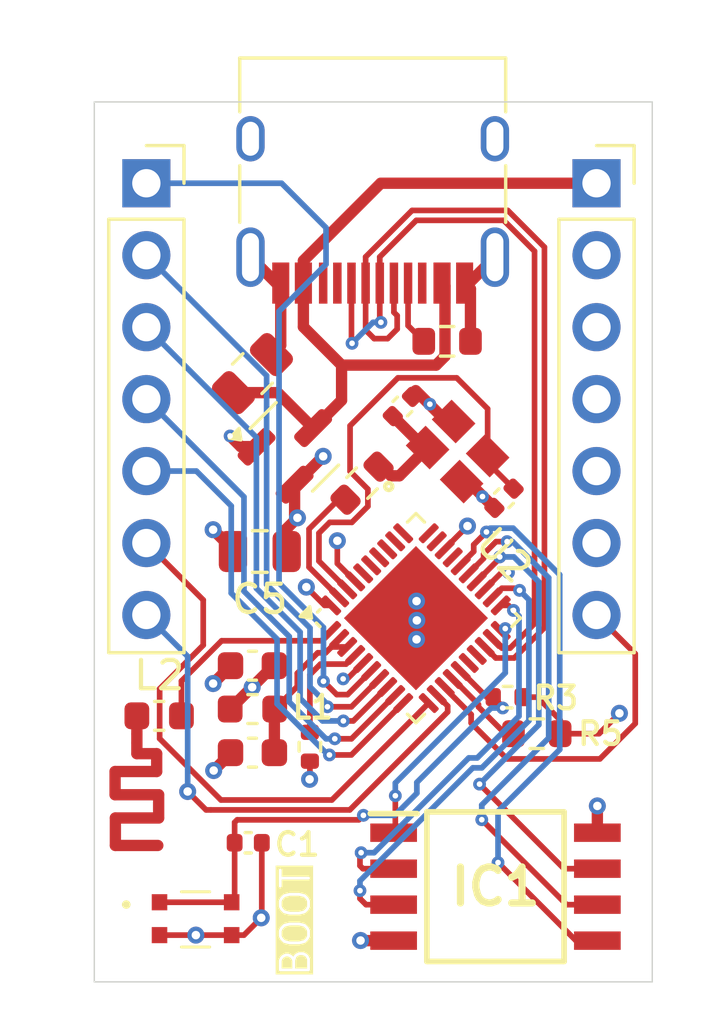
<source format=kicad_pcb>
(kicad_pcb (version 20221018) (generator pcbnew)
  (title_block (title "Testing ESP32C6 in a XIAO footprint") (date "2024-10-24") (rev "1.0"))
  (layers (0 "F.Cu" signal) (1 "In1.Cu" signal) (2 "In2.Cu" signal) (31 "B.Cu" signal) (34 "B.Paste" user) (35 "F.Paste" user) (36 "B.SilkS" user "B.Silkscreen") (37 "F.SilkS" user "F.Silkscreen") (38 "B.Mask" user) (39 "F.Mask" user) (44 "Edge.Cuts" user))
  (net 0 "")
  (net 1 "BOOT")
  (net 2 "GND")
  (net 3 "Net-(C2-Pad2)")
  (net 4 "Net-(U2-XTAL_N)")
  (net 5 "VBUS")
  (net 6 "+3V3")
  (net 7 "Net-(C7-Pad2)")
  (net 8 "SPICS0")
  (net 9 "SPI_D1")
  (net 10 "SPI_D2")
  (net 11 "SPI_D0")
  (net 12 "SPICLK")
  (net 13 "SPI_D3")
  (net 14 "SPIVDD")
  (net 15 "Net-(J1-CC1)")
  (net 16 "/USB_D+")
  (net 17 "/USB_D-")
  (net 21 "IO0")
  (net 22 "IO1")
  (net 23 "IO2")
  (net 24 "IO3")
  (net 25 "IO4")
  (net 26 "IO5")
  (net 27 "IO6")
  (net 31 "IO7")
  (net 32 "Net-(U2-XTAL_P)")
  (net 33 "Net-(U2-GPIO8)")
  (net 34 "ENABLE")
  (net 35 "unconnected-(L2-Pad1)")
  (net 47 "Net-(U2-ANT)")
  (footprint "Inductor_SMD:L_0603_1608Metric" (layer "F.Cu") (at 196.37 155.45)
    (fp_text reference "L1" (at 2.13 -0.06) (layer "F.SilkS") (effects (font (size 0.8 0.8))))
    (fp_text value "L")
    (pad "1" smd roundrect (at -0.7875 0) (size 0.875 0.95) (layers "F.Cu" "F.Paste" "F.Mask") (net 6 "+3V3"))
    (pad "2" smd roundrect (at 0.7875 0) (size 0.875 0.95) (layers "F.Cu" "F.Paste" "F.Mask") (net 7 "Net-(C7-Pad2)"))
  )
  (footprint "Capacitor_SMD:C_0603_1608Metric" (layer "F.Cu") (at 196.37 156.99)
    (fp_text reference "C7" hide)
    (fp_text value "0.1uF")
    (pad "1" smd roundrect (at -0.775 0) (size 0.9 0.95) (layers "F.Cu" "F.Paste" "F.Mask") (net 2 "GND"))
    (pad "2" smd roundrect (at 0.775 0) (size 0.9 0.95) (layers "F.Cu" "F.Paste" "F.Mask") (net 7 "Net-(C7-Pad2)"))
  )
  (footprint "Resistor_SMD:R_0402_1005Metric" (layer "F.Cu") (at 205.39 155.03)
    (fp_text reference "R3" (at 1.7 0.03) (layer "F.SilkS") (effects (font (size 0.8 0.8))))
    (fp_text value "10k")
    (pad "1" smd roundrect (at -0.51 0) (size 0.54 0.64) (layers "F.Cu" "F.Paste" "F.Mask") (net 1 "BOOT"))
    (pad "2" smd roundrect (at 0.51 0) (size 0.54 0.64) (layers "F.Cu" "F.Paste" "F.Mask") (net 6 "+3V3"))
  )
  (footprint "Resistor_SMD:R_0603_1608Metric" (layer "F.Cu") (at 203.25 142.47)
    (fp_text reference "R1" hide)
    (fp_text value "5.1k")
    (pad "1" smd roundrect (at -0.825 0) (size 0.8 0.95) (layers "F.Cu" "F.Paste" "F.Mask") (net 15 "Net-(J1-CC1)"))
    (pad "2" smd roundrect (at 0.825 0) (size 0.8 0.95) (layers "F.Cu" "F.Paste" "F.Mask") (net 2 "GND"))
  )
  (footprint "Capacitor_SMD:C_0805_2012Metric" (layer "F.Cu") (at 196.63 149.89 180)
    (fp_text reference "C5" (at 0 -1.68) (layer "F.SilkS"))
    (fp_text value "10uF")
    (pad "1" smd roundrect (at -0.95 0 180) (size 1 1.45) (layers "F.Cu" "F.Paste" "F.Mask") (net 6 "+3V3"))
    (pad "2" smd roundrect (at 0.95 0 180) (size 1 1.45) (layers "F.Cu" "F.Paste" "F.Mask") (net 2 "GND"))
  )
  (footprint "Resistor_SMD:R_0402_1005Metric" (layer "F.Cu") (at 198.4 156.78 -90)
    (fp_text reference "R6" hide)
    (fp_text value "10k")
    (pad "1" smd roundrect (at -0.51 0 270) (size 0.54 0.64) (layers "F.Cu" "F.Paste" "F.Mask") (net 34 "ENABLE"))
    (pad "2" smd roundrect (at 0.51 0 270) (size 0.54 0.64) (layers "F.Cu" "F.Paste" "F.Mask") (net 6 "+3V3"))
  )
  (footprint "Capacitor_SMD:C_0402_1005Metric" (layer "F.Cu") (at 196.22 160.17)
    (fp_text reference "C1" (at 1.73 0.06) (layer "F.SilkS") (effects (font (size 0.8 0.8))))
    (fp_text value "22pF")
    (pad "1" smd roundrect (at -0.48 0) (size 0.56 0.62) (layers "F.Cu" "F.Paste" "F.Mask") (net 1 "BOOT"))
    (pad "2" smd roundrect (at 0.48 0) (size 0.56 0.62) (layers "F.Cu" "F.Paste" "F.Mask") (net 2 "GND"))
  )
  (footprint "Resistor_SMD:R_0603_1608Metric" (layer "F.Cu") (at 200.243363 147.476637 -135)
    (fp_text reference "R4" hide)
    (fp_text value "0Ω")
    (pad "1" smd roundrect (at -0.825 0 225) (size 0.8 0.95) (layers "F.Cu" "F.Paste" "F.Mask") (net 3 "Net-(C2-Pad2)"))
    (pad "2" smd roundrect (at 0.825 0 225) (size 0.8 0.95) (layers "F.Cu" "F.Paste" "F.Mask") (net 32 "Net-(U2-XTAL_P)"))
  )
  (footprint "Package_DFN_QFN:QFN-40-1EP_5x5mm_P0.4mm_EP3.6x3.6mm" (layer "F.Cu") (at 202.148528 152.241472 45)
    (fp_text reference "U2" (at 3.778032 0.636396 135) (layer "F.SilkS"))
    (fp_text value "ESP32-C6")
    (pad "1" smd roundrect (at -2.4375 -1.8 45) (size 0.825 0.25) (layers "F.Cu" "F.Paste" "F.Mask") (net 47 "Net-(U2-ANT)"))
    (pad "2" smd roundrect (at -2.4375 -1.4 45) (size 0.825 0.25) (layers "F.Cu" "F.Paste" "F.Mask") (net 7 "Net-(C7-Pad2)"))
    (pad "3" smd roundrect (at -2.4375 -1 45) (size 0.825 0.25) (layers "F.Cu" "F.Paste" "F.Mask") (net 7 "Net-(C7-Pad2)"))
    (pad "4" smd roundrect (at -2.4375 -0.6 45) (size 0.825 0.25) (layers "F.Cu" "F.Paste" "F.Mask") (net 34 "ENABLE"))
    (pad "5" smd roundrect (at -2.4375 -0.2 45) (size 0.825 0.25) (layers "F.Cu" "F.Paste" "F.Mask") (net 6 "+3V3"))
    (pad "6" smd roundrect (at -2.4375 0.2 45) (size 0.825 0.25) (layers "F.Cu" "F.Paste" "F.Mask") (net 21 "IO0"))
    (pad "7" smd roundrect (at -2.4375 0.6 45) (size 0.825 0.25) (layers "F.Cu" "F.Paste" "F.Mask") (net 22 "IO1"))
    (pad "8" smd roundrect (at -2.4375 1 45) (size 0.825 0.25) (layers "F.Cu" "F.Paste" "F.Mask") (net 23 "IO2"))
    (pad "9" smd roundrect (at -2.4375 1.4 45) (size 0.825 0.25) (layers "F.Cu" "F.Paste" "F.Mask") (net 24 "IO3"))
    (pad "10" smd roundrect (at -2.4375 1.8 45) (size 0.825 0.25) (layers "F.Cu" "F.Paste" "F.Mask") (net 25 "IO4"))
    (pad "11" smd roundrect (at -1.8 2.4375 45) (size 0.25 0.825) (layers "F.Cu" "F.Paste" "F.Mask") (net 26 "IO5"))
    (pad "12" smd roundrect (at -1.4 2.4375 45) (size 0.25 0.825) (layers "F.Cu" "F.Paste" "F.Mask") (net 27 "IO6"))
    (pad "13" smd roundrect (at -1 2.4375 45) (size 0.25 0.825) (layers "F.Cu" "F.Paste" "F.Mask") (net 31 "IO7"))
    (pad "14" smd roundrect (at -0.6 2.4375 45) (size 0.25 0.825) (layers "F.Cu" "F.Paste" "F.Mask") (net 33 "Net-(U2-GPIO8)"))
    (pad "15" smd roundrect (at -0.2 2.4375 45) (size 0.25 0.825) (layers "F.Cu" "F.Paste" "F.Mask") (net 1 "BOOT"))
    (pad "16" smd roundrect (at 0.2 2.4375 45) (size 0.25 0.825) (layers "F.Cu" "F.Paste" "F.Mask"))
    (pad "17" smd roundrect (at 0.6 2.4375 45) (size 0.25 0.825) (layers "F.Cu" "F.Paste" "F.Mask"))
    (pad "18" smd roundrect (at 1 2.4375 45) (size 0.25 0.825) (layers "F.Cu" "F.Paste" "F.Mask") (net 17 "/USB_D-"))
    (pad "19" smd roundrect (at 1.4 2.4375 45) (size 0.25 0.825) (layers "F.Cu" "F.Paste" "F.Mask") (net 16 "/USB_D+"))
    (pad "20" smd roundrect (at 1.8 2.4375 45) (size 0.25 0.825) (layers "F.Cu" "F.Paste" "F.Mask") (net 8 "SPICS0"))
    (pad "21" smd roundrect (at 2.4375 1.8 45) (size 0.825 0.25) (layers "F.Cu" "F.Paste" "F.Mask") (net 9 "SPI_D1"))
    (pad "22" smd roundrect (at 2.4375 1.4 45) (size 0.825 0.25) (layers "F.Cu" "F.Paste" "F.Mask") (net 10 "SPI_D2"))
    (pad "23" smd roundrect (at 2.4375 1 45) (size 0.825 0.25) (layers "F.Cu" "F.Paste" "F.Mask") (net 14 "SPIVDD"))
    (pad "24" smd roundrect (at 2.4375 0.6 45) (size 0.825 0.25) (layers "F.Cu" "F.Paste" "F.Mask") (net 13 "SPI_D3"))
    (pad "25" smd roundrect (at 2.4375 0.2 45) (size 0.825 0.25) (layers "F.Cu" "F.Paste" "F.Mask") (net 12 "SPICLK"))
    (pad "26" smd roundrect (at 2.4375 -0.2 45) (size 0.825 0.25) (layers "F.Cu" "F.Paste" "F.Mask") (net 11 "SPI_D0"))
    (pad "27" smd roundrect (at 2.4375 -0.6 45) (size 0.825 0.25) (layers "F.Cu" "F.Paste" "F.Mask"))
    (pad "28" smd roundrect (at 2.4375 -1 45) (size 0.825 0.25) (layers "F.Cu" "F.Paste" "F.Mask") (net 6 "+3V3"))
    (pad "29" smd roundrect (at 2.4375 -1.4 45) (size 0.825 0.25) (layers "F.Cu" "F.Paste" "F.Mask"))
    (pad "30" smd roundrect (at 2.4375 -1.8 45) (size 0.825 0.25) (layers "F.Cu" "F.Paste" "F.Mask"))
    (pad "31" smd roundrect (at 1.8 -2.4375 45) (size 0.25 0.825) (layers "F.Cu" "F.Paste" "F.Mask"))
    (pad "32" smd roundrect (at 1.4 -2.4375 45) (size 0.25 0.825) (layers "F.Cu" "F.Paste" "F.Mask"))
    (pad "33" smd roundrect (at 1 -2.4375 45) (size 0.25 0.825) (layers "F.Cu" "F.Paste" "F.Mask"))
    (pad "34" smd roundrect (at 0.6 -2.4375 45) (size 0.25 0.825) (layers "F.Cu" "F.Paste" "F.Mask"))
    (pad "35" smd roundrect (at 0.2 -2.4375 45) (size 0.25 0.825) (layers "F.Cu" "F.Paste" "F.Mask"))
    (pad "36" smd roundrect (at -0.2 -2.4375 45) (size 0.25 0.825) (layers "F.Cu" "F.Paste" "F.Mask"))
    (pad "37" smd roundrect (at -0.6 -2.4375 45) (size 0.25 0.825) (layers "F.Cu" "F.Paste" "F.Mask") (net 6 "+3V3"))
    (pad "38" smd roundrect (at -1 -2.4375 45) (size 0.25 0.825) (layers "F.Cu" "F.Paste" "F.Mask") (net 4 "Net-(U2-XTAL_N)"))
    (pad "39" smd roundrect (at -1.4 -2.4375 45) (size 0.25 0.825) (layers "F.Cu" "F.Paste" "F.Mask") (net 32 "Net-(U2-XTAL_P)"))
    (pad "40" smd roundrect (at -1.8 -2.4375 45) (size 0.25 0.825) (layers "F.Cu" "F.Paste" "F.Mask") (net 6 "+3V3"))
    (pad "41" smd rect (at 0 0 45) (size 3.6 3.6) (property pad_prop_heatsink) (layers "F.Cu" "F.Mask") (net 2 "GND"))
  )
  (footprint "Connector_PinSocket_2.54mm:PinSocket_1x07_P2.54mm_Vertical" (layer "F.Cu") (at 192.62 136.89)
    (fp_text reference "J2" hide)
    (fp_text value "Conn_01x07")
    (pad "1" thru_hole rect (at 0 0) (size 1.7 1.7) (drill 1) (layers "*.Cu" "*.Mask") (net 21 "IO0"))
    (pad "2" thru_hole oval (at 0 2.54) (size 1.7 1.7) (drill 1) (layers "*.Cu" "*.Mask") (net 22 "IO1"))
    (pad "3" thru_hole oval (at 0 5.08) (size 1.7 1.7) (drill 1) (layers "*.Cu" "*.Mask") (net 23 "IO2"))
    (pad "4" thru_hole oval (at 0 7.62) (size 1.7 1.7) (drill 1) (layers "*.Cu" "*.Mask") (net 24 "IO3"))
    (pad "5" thru_hole oval (at 0 10.16) (size 1.7 1.7) (drill 1) (layers "*.Cu" "*.Mask") (net 25 "IO4"))
    (pad "6" thru_hole oval (at 0 12.7) (size 1.7 1.7) (drill 1) (layers "*.Cu" "*.Mask") (net 26 "IO5"))
    (pad "7" thru_hole oval (at 0 15.24) (size 1.7 1.7) (drill 1) (layers "*.Cu" "*.Mask") (net 27 "IO6"))
  )
  (footprint "Connector_PinSocket_2.54mm:PinSocket_1x07_P2.54mm_Vertical" (layer "F.Cu") (at 208.53 136.89)
    (fp_text reference "J3" hide)
    (fp_text value "Conn_01x07")
    (pad "1" thru_hole rect (at 0 0) (size 1.7 1.7) (drill 1) (layers "*.Cu" "*.Mask") (net 5 "VBUS"))
    (pad "2" thru_hole oval (at 0 2.54) (size 1.7 1.7) (drill 1) (layers "*.Cu" "*.Mask") (net 2 "GND"))
    (pad "3" thru_hole oval (at 0 5.08) (size 1.7 1.7) (drill 1) (layers "*.Cu" "*.Mask") (net 6 "+3V3"))
    (pad "4" thru_hole oval (at 0 7.62) (size 1.7 1.7) (drill 1) (layers "*.Cu" "*.Mask"))
    (pad "5" thru_hole oval (at 0 10.16) (size 1.7 1.7) (drill 1) (layers "*.Cu" "*.Mask"))
    (pad "6" thru_hole oval (at 0 12.7) (size 1.7 1.7) (drill 1) (layers "*.Cu" "*.Mask"))
    (pad "7" thru_hole oval (at 0 15.24) (size 1.7 1.7) (drill 1) (layers "*.Cu" "*.Mask") (net 31 "IO7"))
  )
  (footprint "Inductor_SMD:L_0603_1608Metric" (layer "F.Cu") (at 193.0725 155.69)
    (fp_text reference "L2" (at 0 -1.43) (layer "F.SilkS"))
    (fp_text value "L")
    (pad "1" smd roundrect (at -0.7875 0) (size 0.875 0.95) (layers "F.Cu" "F.Paste" "F.Mask") (net 35 "unconnected-(L2-Pad1)"))
    (pad "2" smd roundrect (at 0.7875 0) (size 0.875 0.95) (layers "F.Cu" "F.Paste" "F.Mask") (net 47 "Net-(U2-ANT)"))
  )
  (footprint "Capacitor_SMD:C_0805_2012Metric" (layer "F.Cu") (at 196.37 143.61 45)
    (fp_text reference "C4" hide)
    (fp_text value "10uF")
    (pad "1" smd roundrect (at -0.95 0 45) (size 1 1.45) (layers "F.Cu" "F.Paste" "F.Mask") (net 5 "VBUS"))
    (pad "2" smd roundrect (at 0.95 0 45) (size 1 1.45) (layers "F.Cu" "F.Paste" "F.Mask") (net 2 "GND"))
  )
  (footprint "foot_main:switch_SKSVCCE010" (layer "F.Cu") (at 194.36 162.85)
    (fp_text reference "SW1" hide)
    (fp_text value "SW_Push_Dual" hide)
    (pad "1" smd rect (at -1.275 -0.58) (size 0.55 0.57) (layers "F.Cu" "F.Paste" "F.Mask") (net 1 "BOOT"))
    (pad "2" smd rect (at -1.275 0.58) (size 0.55 0.57) (layers "F.Cu" "F.Paste" "F.Mask") (net 2 "GND"))
    (pad "3" smd rect (at 1.275 -0.58) (size 0.55 0.57) (layers "F.Cu" "F.Paste" "F.Mask") (net 1 "BOOT"))
    (pad "4" smd rect (at 1.275 0.58) (size 0.55 0.57) (layers "F.Cu" "F.Paste" "F.Mask") (net 2 "GND"))
  )
  (footprint "Capacitor_SMD:C_0603_1608Metric" (layer "F.Cu") (at 196.37 153.92)
    (fp_text reference "C6" hide)
    (fp_text value "0.1uF")
    (pad "1" smd roundrect (at -0.775 0) (size 0.9 0.95) (layers "F.Cu" "F.Paste" "F.Mask") (net 2 "GND"))
    (pad "2" smd roundrect (at 0.775 0) (size 0.9 0.95) (layers "F.Cu" "F.Paste" "F.Mask") (net 6 "+3V3"))
  )
  (footprint "foot_main:Crystal_ECS-40Mhz_ECS" (layer "F.Cu") (at 203.621423 146.36066 45)
    (fp_text reference "X1" hide)
    (fp_text value "Crystal 40 Mhz 10ppm")
    (pad "1" smd rect (at -0.649999 -0.850001 45) (size 0.9906 1.1938) (layers "F.Cu" "F.Paste" "F.Mask") (net 3 "Net-(C2-Pad2)"))
    (pad "2" smd rect (at -0.649999 0.850001 45) (size 0.9906 1.1938) (layers "F.Cu" "F.Paste" "F.Mask") (net 2 "GND"))
    (pad "3" smd rect (at 0.649999 0.850001 45) (size 0.9906 1.1938) (layers "F.Cu" "F.Paste" "F.Mask") (net 4 "Net-(U2-XTAL_N)"))
    (pad "4" smd rect (at 0.649999 -0.850001 45) (size 0.9906 1.1938) (layers "F.Cu" "F.Paste" "F.Mask") (net 2 "GND"))
  )
  (footprint "foot_main:USB_C_Receptacle_HRO_TYPE-C-31-M-12" (layer "F.Cu") (at 200.62 136.37 180)
    (fp_text reference "J1" hide)
    (fp_text value "USB_C_Receptacle_USB2.0")
    (pad "" np_thru_hole circle (at -2.89 -2.6 180) (size 0.65 0.65) (drill 0.65) (layers "*.Cu" "*.Mask"))
    (pad "" np_thru_hole circle (at 2.89 -2.6 180) (size 0.65 0.65) (drill 0.65) (layers "*.Cu" "*.Mask"))
    (pad "A1" smd rect (at -3.25 -4.045 180) (size 0.6 1.45) (layers "F.Cu" "F.Paste" "F.Mask") (net 2 "GND"))
    (pad "A4" smd rect (at -2.45 -4.045 180) (size 0.6 1.45) (layers "F.Cu" "F.Paste" "F.Mask") (net 5 "VBUS"))
    (pad "A5" smd rect (at -1.25 -4.045 180) (size 0.3 1.45) (layers "F.Cu" "F.Paste" "F.Mask") (net 15 "Net-(J1-CC1)"))
    (pad "A6" smd rect (at -0.25 -4.045 180) (size 0.3 1.45) (layers "F.Cu" "F.Paste" "F.Mask") (net 16 "/USB_D+"))
    (pad "A7" smd rect (at 0.25 -4.045 180) (size 0.3 1.45) (layers "F.Cu" "F.Paste" "F.Mask") (net 17 "/USB_D-"))
    (pad "A8" smd rect (at 1.25 -4.045 180) (size 0.3 1.45) (layers "F.Cu" "F.Paste" "F.Mask"))
    (pad "A9" smd rect (at 2.45 -4.045 180) (size 0.6 1.45) (layers "F.Cu" "F.Paste" "F.Mask") (net 5 "VBUS"))
    (pad "A12" smd rect (at 3.25 -4.045 180) (size 0.6 1.45) (layers "F.Cu" "F.Paste" "F.Mask") (net 2 "GND"))
    (pad "B1" smd rect (at 3.25 -4.045 180) (size 0.6 1.45) (layers "F.Cu" "F.Paste" "F.Mask") (net 2 "GND"))
    (pad "B4" smd rect (at 2.45 -4.045 180) (size 0.6 1.45) (layers "F.Cu" "F.Paste" "F.Mask") (net 5 "VBUS"))
    (pad "B5" smd rect (at 1.75 -4.045 180) (size 0.3 1.45) (layers "F.Cu" "F.Paste" "F.Mask"))
    (pad "B6" smd rect (at 0.75 -4.045 180) (size 0.3 1.45) (layers "F.Cu" "F.Paste" "F.Mask") (net 16 "/USB_D+"))
    (pad "B7" smd rect (at -0.75 -4.045 180) (size 0.3 1.45) (layers "F.Cu" "F.Paste" "F.Mask") (net 17 "/USB_D-"))
    (pad "B8" smd rect (at -1.75 -4.045 180) (size 0.3 1.45) (layers "F.Cu" "F.Paste" "F.Mask"))
    (pad "B9" smd rect (at -2.45 -4.045 180) (size 0.6 1.45) (layers "F.Cu" "F.Paste" "F.Mask") (net 5 "VBUS"))
    (pad "B12" smd rect (at -3.25 -4.045 180) (size 0.6 1.45) (layers "F.Cu" "F.Paste" "F.Mask") (net 2 "GND"))
    (pad "S1" thru_hole oval (at -4.32 -3.13 180) (size 1 2.1) (drill oval 0.6 1.7) (layers "*.Cu" "*.Mask") (net 2 "GND"))
    (pad "S1" thru_hole oval (at -4.32 1.05 180) (size 1 1.6) (drill oval 0.6 1.2) (layers "*.Cu" "*.Mask") (net 2 "GND"))
    (pad "S1" thru_hole oval (at 4.32 -3.13 180) (size 1 2.1) (drill oval 0.6 1.7) (layers "*.Cu" "*.Mask") (net 2 "GND"))
    (pad "S1" thru_hole oval (at 4.32 1.05 180) (size 1 1.6) (drill oval 0.6 1.2) (layers "*.Cu" "*.Mask") (net 2 "GND"))
  )
  (footprint "Resistor_SMD:R_0603_1608Metric" (layer "F.Cu") (at 206.42 156.32)
    (fp_text reference "R5" (at 2.25 0) (layer "F.SilkS") (effects (font (size 0.8 0.8))))
    (fp_text value "5.1k")
    (pad "1" smd roundrect (at -0.825 0) (size 0.8 0.95) (layers "F.Cu" "F.Paste" "F.Mask") (net 33 "Net-(U2-GPIO8)"))
    (pad "2" smd roundrect (at 0.825 0) (size 0.8 0.95) (layers "F.Cu" "F.Paste" "F.Mask") (net 6 "+3V3"))
  )
  (footprint "Package_TO_SOT_SMD:SOT-23" (layer "F.Cu") (at 197.851161 146.195336 45)
    (fp_text reference "U3" hide)
    (fp_text value "MCP1700-3302E_SOT23")
    (pad "1" smd roundrect (at -0.9375 -0.95 45) (size 1.475 0.6) (layers "F.Cu" "F.Paste" "F.Mask") (net 2 "GND"))
    (pad "2" smd roundrect (at -0.9375 0.95 45) (size 1.475 0.6) (layers "F.Cu" "F.Paste" "F.Mask") (net 6 "+3V3"))
    (pad "3" smd roundrect (at 0.9375 0 45) (size 1.475 0.6) (layers "F.Cu" "F.Paste" "F.Mask") (net 5 "VBUS"))
  )
  (footprint "Capacitor_SMD:C_0402_1005Metric" (layer "F.Cu") (at 201.67 144.77 -135)
    (fp_text reference "C2" hide)
    (fp_text value "22pF")
    (pad "1" smd roundrect (at -0.48 0 225) (size 0.56 0.62) (layers "F.Cu" "F.Paste" "F.Mask") (net 2 "GND"))
    (pad "2" smd roundrect (at 0.48 0 225) (size 0.56 0.62) (layers "F.Cu" "F.Paste" "F.Mask") (net 3 "Net-(C2-Pad2)"))
  )
  (footprint "Capacitor_SMD:C_0402_1005Metric" (layer "F.Cu") (at 205.26 148.01 -135)
    (fp_text reference "C3" hide)
    (fp_text value "22pF")
    (pad "1" smd roundrect (at -0.48 0 225) (size 0.56 0.62) (layers "F.Cu" "F.Paste" "F.Mask") (net 4 "Net-(U2-XTAL_N)"))
    (pad "2" smd roundrect (at 0.48 0 225) (size 0.56 0.62) (layers "F.Cu" "F.Paste" "F.Mask") (net 2 "GND"))
  )
  (footprint "foot_main:SOIC127P790X216-8N-FLASH" (layer "F.Cu") (at 204.96 161.72)
    (fp_text reference "IC1" (at 0 0) (layer "F.SilkS") (effects (font (size 1.27 1.27) (thickness 0.254))))
    (fp_text value "W25Q80DVSSIG" hide)
    (pad "1" smd rect (at -3.6 -1.905 90) (size 0.65 1.65) (layers "F.Cu" "F.Paste" "F.Mask") (net 8 "SPICS0"))
    (pad "2" smd rect (at -3.6 -0.635 90) (size 0.65 1.65) (layers "F.Cu" "F.Paste" "F.Mask") (net 9 "SPI_D1"))
    (pad "3" smd rect (at -3.6 0.635 90) (size 0.65 1.65) (layers "F.Cu" "F.Paste" "F.Mask") (net 10 "SPI_D2"))
    (pad "4" smd rect (at -3.6 1.905 90) (size 0.65 1.65) (layers "F.Cu" "F.Paste" "F.Mask") (net 2 "GND"))
    (pad "5" smd rect (at 3.6 1.905 90) (size 0.65 1.65) (layers "F.Cu" "F.Paste" "F.Mask") (net 11 "SPI_D0"))
    (pad "6" smd rect (at 3.6 0.635 90) (size 0.65 1.65) (layers "F.Cu" "F.Paste" "F.Mask") (net 12 "SPICLK"))
    (pad "7" smd rect (at 3.6 -0.635 90) (size 0.65 1.65) (layers "F.Cu" "F.Paste" "F.Mask") (net 13 "SPI_D3"))
    (pad "8" smd rect (at 3.6 -1.905 90) (size 0.65 1.65) (layers "F.Cu" "F.Paste" "F.Mask") (net 14 "SPIVDD"))
  )
  (gr_line (start 190.78 165.08) (end 190.78 134.02) (stroke (width 0.05)) (layer "Edge.Cuts"))
  (gr_line (start 210.5 134.02) (end 210.5 165.08) (stroke (width 0.05)) (layer "Edge.Cuts"))
  (gr_line (start 210.5 165.08) (end 190.78 165.08) (stroke (width 0.05)) (layer "Edge.Cuts"))
  (gr_line (start 190.78 134.02) (end 210.5 134.02) (stroke (width 0.05)) (layer "Edge.Cuts"))
  (gr_text "BOOT" (at 198.48 164.96 90) (layer "F.SilkS" knockout) (effects (font (size 1 1) (thickness 0.1)) (justify left bottom)))
  (segment (start 203.730679 154.106466) (end 204.654213 155.03) (width 0.2) (layer "F.Cu") (net 1))
  (segment (start 195.635 162.27) (end 193.085 162.27) (width 0.2) (layer "F.Cu") (net 1))
  (segment (start 195.74 159.45) (end 195.74 160.17) (width 0.2) (layer "F.Cu") (net 1))
  (segment (start 200.290876 159.200876) (end 200.131752 159.36) (width 0.2) (layer "F.Cu") (net 1))
  (segment (start 195.74 162.165) (end 195.635 162.27) (width 0.2) (layer "F.Cu") (net 1))
  (segment (start 205.215 155.365) (end 205.215 155.413067) (width 0.2) (layer "F.Cu") (net 1))
  (segment (start 204.654213 155.03) (end 204.88 155.03) (width 0.2) (layer "F.Cu") (net 1))
  (segment (start 195.83 159.36) (end 195.74 159.45) (width 0.2) (layer "F.Cu") (net 1))
  (segment (start 195.74 160.17) (end 195.74 162.165) (width 0.2) (layer "F.Cu") (net 1))
  (segment (start 200.131752 159.36) (end 195.83 159.36) (width 0.2) (layer "F.Cu") (net 1))
  (segment (start 204.88 155.03) (end 205.215 155.365) (width 0.2) (layer "F.Cu") (net 1))
  (via (at 200.290876 159.200876) (size 0.45) (drill 0.2) (layers "F.Cu" "B.Cu") (net 1))
  (via (at 205.215 155.413067) (size 0.45) (drill 0.2) (layers "F.Cu" "B.Cu") (net 1))
  (segment (start 202.18 158.421752) (end 202.18 158.04) (width 0.2) (layer "B.Cu") (net 1))
  (segment (start 204.806933 155.413067) (end 205.215 155.413067) (width 0.2) (layer "B.Cu") (net 1))
  (segment (start 202.18 158.04) (end 204.806933 155.413067) (width 0.2) (layer "B.Cu") (net 1))
  (segment (start 201.400876 159.200876) (end 202.18 158.421752) (width 0.2) (layer "B.Cu") (net 1))
  (segment (start 200.290876 159.200876) (end 201.400876 159.200876) (width 0.2) (layer "B.Cu") (net 1))
  (segment (start 196.07 163.43) (end 196.68 162.82) (width 0.2) (layer "F.Cu") (net 2))
  (segment (start 204.5 147.928822) (end 204.5 147.95) (width 0.4) (layer "F.Cu") (net 2))
  (segment (start 195.956497 146.186497) (end 195.58 145.81) (width 0.4) (layer "F.Cu") (net 2))
  (segment (start 195.595 156.99) (end 195.595 157.025) (width 0.4) (layer "F.Cu") (net 2))
  (segment (start 195.68 149.89) (end 195.68 149.82) (width 0.4) (layer "F.Cu") (net 2))
  (segment (start 204.521178 147.95) (end 204.920589 148.349411) (width 0.4) (layer "F.Cu") (net 2))
  (segment (start 195.595 153.935) (end 194.98 154.55) (width 0.4) (layer "F.Cu") (net 2))
  (segment (start 203.48 145.3) (end 203.23 145.3) (width 0.4) (layer "F.Cu") (net 2))
  (segment (start 201.36 163.625) (end 200.195 163.625) (width 0.4) (layer "F.Cu") (net 2))
  (segment (start 204.075 142.47) (end 204.075 140.62) (width 0.4) (layer "F.Cu") (net 2))
  (segment (start 197.37 140.415) (end 197.37 142.61) (width 0.4) (layer "F.Cu") (net 2))
  (segment (start 204.075 140.62) (end 203.87 140.415) (width 0.4) (layer "F.Cu") (net 2))
  (segment (start 204.025 140.415) (end 204.94 139.5) (width 0.4) (layer "F.Cu") (net 2))
  (segment (start 197.37 142.61) (end 197.041751 142.938249) (width 0.4) (layer "F.Cu") (net 2))
  (segment (start 196.7 162.8) (end 196.68 162.82) (width 0.2) (layer "F.Cu") (net 2))
  (segment (start 200.195 163.625) (end 200.19 163.62) (width 0.4) (layer "F.Cu") (net 2))
  (segment (start 202.64 144.69) (end 202.62 144.69) (width 0.4) (layer "F.Cu") (net 2))
  (segment (start 203.762846 147.42132) (end 203.992498 147.42132) (width 0.4) (layer "F.Cu") (net 2))
  (segment (start 195.595 157.025) (end 195 157.62) (width 0.4) (layer "F.Cu") (net 2))
  (segment (start 197.215 140.415) (end 196.3 139.5) (width 0.4) (layer "F.Cu") (net 2))
  (segment (start 202.64 144.71) (end 202.64 144.69) (width 0.4) (layer "F.Cu") (net 2))
  (segment (start 195.595 153.92) (end 195.595 153.935) (width 0.4) (layer "F.Cu") (net 2))
  (segment (start 204.5 147.95) (end 204.521178 147.95) (width 0.4) (layer "F.Cu") (net 2))
  (segment (start 194.37 163.43) (end 195.635 163.43) (width 0.2) (layer "F.Cu") (net 2))
  (segment (start 202.62 144.69) (end 202.14 144.21) (width 0.4) (layer "F.Cu") (net 2))
  (segment (start 203.87 140.415) (end 204.025 140.415) (width 0.4) (layer "F.Cu") (net 2))
  (segment (start 203.23 145.3) (end 202.64 144.71) (width 0.4) (layer "F.Cu") (net 2))
  (segment (start 196.516497 146.186497) (end 195.956497 146.186497) (width 0.4) (layer "F.Cu") (net 2))
  (segment (start 193.085 163.43) (end 194.37 163.43) (width 0.2) (layer "F.Cu") (net 2))
  (segment (start 196.7 160.17) (end 196.7 162.8) (width 0.2) (layer "F.Cu") (net 2))
  (segment (start 203.992498 147.42132) (end 204.5 147.928822) (width 0.4) (layer "F.Cu") (net 2))
  (segment (start 197.37 140.415) (end 197.215 140.415) (width 0.4) (layer "F.Cu") (net 2))
  (segment (start 195.635 163.43) (end 196.07 163.43) (width 0.2) (layer "F.Cu") (net 2))
  (segment (start 195.68 149.82) (end 194.98 149.12) (width 0.4) (layer "F.Cu") (net 2))
  (via (at 202.17 151.64) (size 0.6) (drill 0.3) (layers "F.Cu" "B.Cu") (net 2))
  (via (at 195 157.62) (size 0.6) (drill 0.3) (layers "F.Cu" "B.Cu") (net 2))
  (via (at 194.98 154.55) (size 0.6) (drill 0.3) (layers "F.Cu" "B.Cu") (net 2))
  (via (at 195.58 145.81) (size 0.45) (drill 0.2) (layers "F.Cu" "B.Cu") (net 2))
  (via (at 204.5 147.95) (size 0.45) (drill 0.2) (layers "F.Cu" "B.Cu") (net 2))
  (via (at 202.18 152.32) (size 0.6) (drill 0.3) (layers "F.Cu" "B.Cu") (net 2))
  (via (at 202.17 152.99) (size 0.6) (drill 0.3) (layers "F.Cu" "B.Cu") (net 2))
  (via (at 194.98 149.12) (size 0.6) (drill 0.3) (layers "F.Cu" "B.Cu") (net 2))
  (via (at 196.68 162.82) (size 0.6) (drill 0.3) (layers "F.Cu" "B.Cu") (net 2))
  (via (at 194.37 163.43) (size 0.6) (drill 0.3) (layers "F.Cu" "B.Cu") (net 2))
  (via (at 202.64 144.69) (size 0.45) (drill 0.2) (layers "F.Cu" "B.Cu") (net 2))
  (via (at 200.19 163.62) (size 0.6) (drill 0.3) (layers "F.Cu" "B.Cu") (net 2))
  (segment (start 201.563363 147.216637) (end 202.560763 146.219237) (width 0.4) (layer "F.Cu") (net 3))
  (segment (start 201.263363 147.216637) (end 201.563363 147.216637) (width 0.4) (layer "F.Cu") (net 3))
  (segment (start 202.440415 146.219237) (end 201.330589 145.109411) (width 0.4) (layer "F.Cu") (net 3))
  (segment (start 202.560763 146.219237) (end 202.440415 146.219237) (width 0.4) (layer "F.Cu") (net 3))
  (segment (start 202.560763 146.219237) (end 202.560763 145.988407) (width 0.4) (layer "F.Cu") (net 3))
  (segment (start 200.449794 147.689794) (end 199.82 147.06) (width 0.2) (layer "F.Cu") (net 4))
  (segment (start 204.682083 146.502083) (end 204.682083 146.753261) (width 0.2) (layer "F.Cu") (net 4))
  (segment (start 199.82 145.45) (end 201.51 143.76) (width 0.2) (layer "F.Cu") (net 4))
  (segment (start 203.59 143.76) (end 204.682083 144.852083) (width 0.2) (layer "F.Cu") (net 4))
  (segment (start 198.72 149.240761) (end 199.100761 148.86) (width 0.2) (layer "F.Cu") (net 4))
  (segment (start 201.51 143.76) (end 203.59 143.76) (width 0.2) (layer "F.Cu") (net 4))
  (segment (start 204.682083 146.753261) (end 205.599411 147.670589) (width 0.2) (layer "F.Cu") (net 4))
  (segment (start 199.82 147.06) (end 199.82 145.45) (width 0.2) (layer "F.Cu") (net 4))
  (segment (start 200.449794 148.295512) (end 200.449794 147.689794) (width 0.2) (layer "F.Cu") (net 4))
  (segment (start 199.100761 148.86) (end 199.885306 148.86) (width 0.2) (layer "F.Cu") (net 4))
  (segment (start 204.682083 144.852083) (end 204.682083 146.502083) (width 0.2) (layer "F.Cu") (net 4))
  (segment (start 198.72 150.227158) (end 198.72 149.240761) (width 0.2) (layer "F.Cu") (net 4))
  (segment (start 199.717848 151.225006) (end 198.72 150.227158) (width 0.2) (layer "F.Cu") (net 4))
  (segment (start 199.885306 148.86) (end 200.449794 148.295512) (width 0.2) (layer "F.Cu") (net 4))
  (segment (start 195.698249 144.281751) (end 197.263402 144.281751) (width 0.4) (layer "F.Cu") (net 5))
  (segment (start 198.17 139.626016) (end 200.906016 136.89) (width 0.4) (layer "F.Cu") (net 5))
  (segment (start 203.175 142.995) (end 202.86 143.31) (width 0.4) (layer "F.Cu") (net 5))
  (segment (start 199.52 144.55) (end 199.52 143.31) (width 0.4) (layer "F.Cu") (net 5))
  (segment (start 200.906016 136.89) (end 208.53 136.89) (width 0.4) (layer "F.Cu") (net 5))
  (segment (start 198.17 140.415) (end 198.17 139.626016) (width 0.4) (layer "F.Cu") (net 5))
  (segment (start 203.07 140.415) (end 203.175 140.52) (width 0.4) (layer "F.Cu") (net 5))
  (segment (start 198.17 141.96) (end 198.17 140.415) (width 0.4) (layer "F.Cu") (net 5))
  (segment (start 199.52 143.31) (end 198.17 141.96) (width 0.4) (layer "F.Cu") (net 5))
  (segment (start 197.263402 144.281751) (end 198.514074 145.532423) (width 0.4) (layer "F.Cu") (net 5))
  (segment (start 198.514074 145.525926) (end 198.544074 145.525926) (width 0.4) (layer "F.Cu") (net 5))
  (segment (start 198.544074 145.525926) (end 199.52 144.55) (width 0.4) (layer "F.Cu") (net 5))
  (segment (start 203.175 140.52) (end 203.175 142.995) (width 0.4) (layer "F.Cu") (net 5))
  (segment (start 202.86 143.31) (end 199.52 143.31) (width 0.4) (layer "F.Cu") (net 5))
  (segment (start 198.514074 145.532423) (end 198.514074 145.525926) (width 0.4) (layer "F.Cu") (net 5))
  (segment (start 197.87 147.53) (end 198.87 146.53) (width 0.4) (layer "F.Cu") (net 6))
  (segment (start 207.245 155.835) (end 206.7 155.29) (width 0.2) (layer "F.Cu") (net 6))
  (segment (start 199.152163 151.790691) (end 198.919931 151.790691) (width 0.2) (layer "F.Cu") (net 6))
  (segment (start 207.245 156.32) (end 207.245 155.835) (width 0.2) (layer "F.Cu") (net 6))
  (segment (start 208.62 156.32) (end 209.34 155.6) (width 0.2) (layer "F.Cu") (net 6))
  (segment (start 206.44 155.03) (end 206.7 155.29) (width 0.2) (layer "F.Cu") (net 6))
  (segment (start 197.145 153.92) (end 197.1125 153.92) (width 0.4) (layer "F.Cu") (net 6))
  (segment (start 203.164994 149.795006) (end 203.97 148.99) (width 0.2) (layer "F.Cu") (net 6))
  (segment (start 203.164994 149.810792) (end 203.164994 149.795006) (width 0.2) (layer "F.Cu") (net 6))
  (segment (start 199.72175 154.385407) (end 199.574872 154.385407) (width 0.2) (layer "F.Cu") (net 6))
  (segment (start 198.4 157.29) (end 198.4 157.92) (width 0.2) (layer "F.Cu") (net 6))
  (segment (start 197.86 147.53) (end 197.87 147.53) (width 0.4) (layer "F.Cu") (net 6))
  (segment (start 196.3525 154.68) (end 195.5825 155.45) (width 0.4) (layer "F.Cu") (net 6))
  (segment (start 197.86 147.53) (end 197.86 148.6) (width 0.4) (layer "F.Cu") (net 6))
  (segment (start 200.283534 153.823623) (end 199.72175 154.385407) (width 0.2) (layer "F.Cu") (net 6))
  (segment (start 196.36 154.6725) (end 196.36 154.68) (width 0.4) (layer "F.Cu") (net 6))
  (segment (start 197.58 149.89) (end 197.58 149.08) (width 0.4) (layer "F.Cu") (net 6))
  (segment (start 196.36 154.68) (end 196.3525 154.68) (width 0.4) (layer "F.Cu") (net 6))
  (segment (start 197.1125 153.92) (end 196.36 154.6725) (width 0.4) (layer "F.Cu") (net 6))
  (segment (start 205.9 155.03) (end 206.44 155.03) (width 0.2) (layer "F.Cu") (net 6))
  (segment (start 198.4 157.92) (end 198.39 157.93) (width 0.2) (layer "F.Cu") (net 6))
  (segment (start 200.000691 150.942163) (end 199.37 150.311472) (width 0.2) (layer "F.Cu") (net 6))
  (segment (start 197.58 149.08) (end 197.96 148.7) (width 0.4) (layer "F.Cu") (net 6))
  (segment (start 198.919931 151.790691) (end 198.27462 151.14538) (width 0.2) (layer "F.Cu") (net 6))
  (segment (start 207.245 156.32) (end 208.62 156.32) (width 0.2) (layer "F.Cu") (net 6))
  (segment (start 199.37 150.311472) (end 199.37 149.51) (width 0.2) (layer "F.Cu") (net 6))
  (segment (start 197.86 148.6) (end 197.96 148.7) (width 0.4) (layer "F.Cu") (net 6))
  (via (at 198.27462 151.14538) (size 0.6) (drill 0.3) (layers "F.Cu" "B.Cu") (net 6))
  (via (at 199.37 149.51) (size 0.6) (drill 0.3) (layers "F.Cu" "B.Cu") (net 6))
  (via (at 197.96 148.7) (size 0.6) (drill 0.3) (layers "F.Cu" "B.Cu") (net 6))
  (via (at 199.574872 154.385407) (size 0.45) (drill 0.2) (layers "F.Cu" "B.Cu") (net 6))
  (via (at 198.39 157.93) (size 0.6) (drill 0.3) (layers "F.Cu" "B.Cu") (net 6))
  (via (at 198.87 146.53) (size 0.6) (drill 0.3) (layers "F.Cu" "B.Cu") (net 6))
  (via (at 196.36 154.68) (size 0.6) (drill 0.3) (layers "F.Cu" "B.Cu") (net 6))
  (via (at 209.34 155.6) (size 0.6) (drill 0.3) (layers "F.Cu" "B.Cu") (net 6))
  (via (at 203.97 148.99) (size 0.6) (drill 0.3) (layers "F.Cu" "B.Cu") (net 6))
  (segment (start 199.435006 152.975095) (end 199.435006 152.984994) (width 0.2) (layer "F.Cu") (net 7))
  (segment (start 199.717848 153.257938) (end 199.162062 153.257938) (width 0.2) (layer "F.Cu") (net 7))
  (segment (start 199.435006 152.984994) (end 198.955 153.465) (width 0.2) (layer "F.Cu") (net 7))
  (segment (start 197.955 154.186853) (end 197.955 154.6525) (width 0.2) (layer "F.Cu") (net 7))
  (segment (start 198.955 153.465) (end 198.676853 153.465) (width 0.2) (layer "F.Cu") (net 7))
  (segment (start 197.145 155.4625) (end 197.1575 155.45) (width 0.4) (layer "F.Cu") (net 7))
  (segment (start 199.162062 153.257938) (end 198.955 153.465) (width 0.2) (layer "F.Cu") (net 7))
  (segment (start 197.145 156.99) (end 197.145 155.4625) (width 0.4) (layer "F.Cu") (net 7))
  (segment (start 198.676853 153.465) (end 197.955 154.186853) (width 0.2) (layer "F.Cu") (net 7))
  (segment (start 197.955 154.6525) (end 197.1575 155.45) (width 0.2) (layer "F.Cu") (net 7))
  (segment (start 205.144893 152.692253) (end 205.222756 152.692253) (width 0.2) (layer "F.Cu") (net 8))
  (segment (start 205.222756 152.692253) (end 205.305 152.610009) (width 0.2) (layer "F.Cu") (net 8))
  (segment (start 201.42 159.755) (end 201.36 159.815) (width 0.2) (layer "F.Cu") (net 8))
  (segment (start 201.42 158.51) (end 201.42 159.755) (width 0.2) (layer "F.Cu") (net 8))
  (via (at 201.42 158.51) (size 0.45) (drill 0.2) (layers "F.Cu" "B.Cu") (net 8))
  (via (at 205.305 152.610009) (size 0.45) (drill 0.2) (layers "F.Cu" "B.Cu") (net 8))
  (segment (start 205.305 154.175) (end 205.305 152.610009) (width 0.2) (layer "B.Cu") (net 8))
  (segment (start 201.42 158.51) (end 201.42 158.06) (width 0.2) (layer "B.Cu") (net 8))
  (segment (start 201.42 158.06) (end 205.305 154.175) (width 0.2) (layer "B.Cu") (net 8))
  (segment (start 200.17 160.56) (end 200.17 160.98) (width 0.2) (layer "F.Cu") (net 9))
  (segment (start 201.36 161.085) (end 200.275 161.085) (width 0.2) (layer "F.Cu") (net 9))
  (segment (start 200.275 161.085) (end 200.17 160.98) (width 0.2) (layer "F.Cu") (net 9))
  (segment (start 200.21 160.52) (end 200.17 160.56) (width 0.2) (layer "F.Cu") (net 9))
  (segment (start 205.144893 151.790691) (end 205.416834 151.790691) (width 0.2) (layer "F.Cu") (net 9))
  (segment (start 205.416834 151.790691) (end 205.595 151.968857) (width 0.2) (layer "F.Cu") (net 9))
  (via (at 200.21 160.52) (size 0.45) (drill 0.2) (layers "F.Cu" "B.Cu") (net 9))
  (via (at 205.595 151.968857) (size 0.45) (drill 0.2) (layers "F.Cu" "B.Cu") (net 9))
  (segment (start 205.79 155.7) (end 205.79 152.163857) (width 0.2) (layer "B.Cu") (net 9))
  (segment (start 205.79 152.163857) (end 205.595 151.968857) (width 0.2) (layer "B.Cu") (net 9))
  (segment (start 204.013447 157.175233) (end 204.314767 157.175233) (width 0.2) (layer "B.Cu") (net 9))
  (segment (start 204.314767 157.175233) (end 205.79 155.7) (width 0.2) (layer "B.Cu") (net 9))
  (segment (start 200.21 160.52) (end 200.66868 160.52) (width 0.2) (layer "B.Cu") (net 9))
  (segment (start 200.66868 160.52) (end 204.013447 157.175233) (width 0.2) (layer "B.Cu") (net 9))
  (segment (start 205.81 151.26) (end 205.735285 151.185285) (width 0.2) (layer "F.Cu") (net 10))
  (segment (start 200.385 162.355) (end 200.17 162.14) (width 0.2) (layer "F.Cu") (net 10))
  (segment (start 205.184614 151.185285) (end 204.86205 151.507849) (width 0.2) (layer "F.Cu") (net 10))
  (segment (start 200.17 162.14) (end 200.17 161.86) (width 0.2) (layer "F.Cu") (net 10))
  (segment (start 201.36 162.355) (end 200.385 162.355) (width 0.2) (layer "F.Cu") (net 10))
  (segment (start 205.735285 151.185285) (end 205.184614 151.185285) (width 0.2) (layer "F.Cu") (net 10))
  (via (at 205.81 151.26) (size 0.45) (drill 0.2) (layers "F.Cu" "B.Cu") (net 10))
  (via (at 200.17 161.86) (size 0.45) (drill 0.2) (layers "F.Cu" "B.Cu") (net 10))
  (segment (start 204.47662 157.525233) (end 206.14 155.861853) (width 0.2) (layer "B.Cu") (net 10))
  (segment (start 200.17 161.86) (end 200.17 161.513654) (width 0.2) (layer "B.Cu") (net 10))
  (segment (start 200.17 161.513654) (end 204.158421 157.525233) (width 0.2) (layer "B.Cu") (net 10))
  (segment (start 206.14 155.861853) (end 206.14 151.59) (width 0.2) (layer "B.Cu") (net 10))
  (segment (start 204.158421 157.525233) (end 204.47662 157.525233) (width 0.2) (layer "B.Cu") (net 10))
  (segment (start 206.14 151.59) (end 205.81 151.26) (width 0.2) (layer "B.Cu") (net 10))
  (segment (start 203.730679 150.376478) (end 203.730679 150.349321) (width 0.2) (layer "F.Cu") (net 11))
  (segment (start 204.19 149.890001) (end 204.19 149.65) (width 0.2) (layer "F.Cu") (net 11))
  (segment (start 204.19 149.65) (end 204.64 149.2) (width 0.2) (layer "F.Cu") (net 11))
  (segment (start 207.805 163.625) (end 208.56 163.625) (width 0.2) (layer "F.Cu") (net 11))
  (segment (start 203.730679 150.349321) (end 204.19 149.890001) (width 0.2) (layer "F.Cu") (net 11))
  (segment (start 205.05 160.87) (end 207.805 163.625) (width 0.2) (layer "F.Cu") (net 11))
  (via (at 204.64 149.2) (size 0.45) (drill 0.2) (layers "F.Cu" "B.Cu") (net 11))
  (via (at 205.05 160.87) (size 0.45) (drill 0.2) (layers "F.Cu" "B.Cu") (net 11))
  (segment (start 204.775 149.065) (end 205.585 149.065) (width 0.2) (layer "B.Cu") (net 11))
  (segment (start 204.64 149.2) (end 204.775 149.065) (width 0.2) (layer "B.Cu") (net 11))
  (segment (start 205.585 149.065) (end 207.23 150.71) (width 0.2) (layer "B.Cu") (net 11))
  (segment (start 207.23 150.71) (end 207.23 156.88) (width 0.2) (layer "B.Cu") (net 11))
  (segment (start 205.05 159.06) (end 205.05 160.87) (width 0.2) (layer "B.Cu") (net 11))
  (segment (start 207.23 156.88) (end 205.05 159.06) (width 0.2) (layer "B.Cu") (net 11))
  (segment (start 208.56 162.355) (end 207.474165 162.355) (width 0.2) (layer "F.Cu") (net 12))
  (segment (start 207.474165 162.355) (end 204.475 159.355835) (width 0.2) (layer "F.Cu") (net 12))
  (segment (start 204.54 149.978248) (end 204.54 150.132843) (width 0.2) (layer "F.Cu") (net 12))
  (segment (start 205.37 149.54) (end 204.978248 149.54) (width 0.2) (layer "F.Cu") (net 12))
  (segment (start 204.978248 149.54) (end 204.54 149.978248) (width 0.2) (layer "F.Cu") (net 12))
  (segment (start 204.54 150.132843) (end 204.013522 150.659321) (width 0.2) (layer "F.Cu") (net 12))
  (via (at 205.37 149.54) (size 0.45) (drill 0.2) (layers "F.Cu" "B.Cu") (net 12))
  (via (at 204.475 159.355835) (size 0.45) (drill 0.2) (layers "F.Cu" "B.Cu") (net 12))
  (segment (start 205.37 149.54) (end 205.565026 149.54) (width 0.2) (layer "B.Cu") (net 12))
  (segment (start 206.84 156.47) (end 204.475 158.835) (width 0.2) (layer "B.Cu") (net 12))
  (segment (start 206.84 150.814974) (end 206.84 156.47) (width 0.2) (layer "B.Cu") (net 12))
  (segment (start 204.475 158.835) (end 204.475 159.355835) (width 0.2) (layer "B.Cu") (net 12))
  (segment (start 205.565026 149.54) (end 206.84 150.814974) (width 0.2) (layer "B.Cu") (net 12))
  (segment (start 207.381361 161.085) (end 204.396594 158.100233) (width 0.2) (layer "F.Cu") (net 13))
  (segment (start 205.11 150.128528) (end 204.296365 150.942163) (width 0.2) (layer "F.Cu") (net 13))
  (segment (start 205.11 150.08) (end 205.11 150.128528) (width 0.2) (layer "F.Cu") (net 13))
  (segment (start 208.56 161.085) (end 207.381361 161.085) (width 0.2) (layer "F.Cu") (net 13))
  (via (at 205.11 150.08) (size 0.45) (drill 0.2) (layers "F.Cu" "B.Cu") (net 13))
  (via (at 204.396594 158.100233) (size 0.45) (drill 0.2) (layers "F.Cu" "B.Cu") (net 13))
  (segment (start 206.49 156.006827) (end 204.396594 158.100233) (width 0.2) (layer "B.Cu") (net 13))
  (segment (start 206.49 150.959948) (end 206.49 156.006827) (width 0.2) (layer "B.Cu") (net 13))
  (segment (start 205.11 150.08) (end 205.610052 150.08) (width 0.2) (layer "B.Cu") (net 13))
  (segment (start 205.610052 150.08) (end 206.49 150.959948) (width 0.2) (layer "B.Cu") (net 13))
  (segment (start 205.172627 150.631587) (end 205.418413 150.631587) (width 0.2) (layer "F.Cu") (net 14))
  (segment (start 204.579208 151.225006) (end 205.172627 150.631587) (width 0.2) (layer "F.Cu") (net 14))
  (segment (start 208.56 159.815) (end 208.56 158.87) (width 0.4) (layer "F.Cu") (net 14))
  (via (at 208.56 158.87) (size 0.6) (drill 0.3) (layers "F.Cu" "B.Cu") (net 14))
  (via (at 205.418413 150.631587) (size 0.45) (drill 0.2) (layers "F.Cu" "B.Cu") (net 14))
  (segment (start 201.87 141.915) (end 202.425 142.47) (width 0.2) (layer "F.Cu") (net 15))
  (segment (start 201.87 140.415) (end 201.87 141.915) (width 0.2) (layer "F.Cu") (net 15))
  (segment (start 205.476406 153.297659) (end 206.34 152.434065) (width 0.2) (layer "F.Cu") (net 16))
  (segment (start 205.184614 153.297659) (end 205.476406 153.297659) (width 0.2) (layer "F.Cu") (net 16))
  (segment (start 199.87 142.52) (end 199.87 140.415) (width 0.2) (layer "F.Cu") (net 16))
  (segment (start 206.34 139.289339) (end 205.250661 138.2) (width 0.2) (layer "F.Cu") (net 16))
  (segment (start 206.34 152.434065) (end 206.34 139.289339) (width 0.2) (layer "F.Cu") (net 16))
  (segment (start 200.87 141.76) (end 200.91 141.8) (width 0.2) (layer "F.Cu") (net 16))
  (segment (start 204.86205 152.975095) (end 205.184614 153.297659) (width 0.2) (layer "F.Cu") (net 16))
  (segment (start 200.87 140.415) (end 200.87 141.76) (width 0.2) (layer "F.Cu") (net 16))
  (segment (start 199.89 142.54) (end 199.87 142.52) (width 0.2) (layer "F.Cu") (net 16))
  (segment (start 200.87 139.49) (end 200.87 140.415) (width 0.2) (layer "F.Cu") (net 16))
  (segment (start 205.250661 138.2) (end 202.16 138.2) (width 0.2) (layer "F.Cu") (net 16))
  (segment (start 202.16 138.2) (end 200.87 139.49) (width 0.2) (layer "F.Cu") (net 16))
  (via (at 200.91 141.8) (size 0.45) (drill 0.2) (layers "F.Cu" "B.Cu") (net 16))
  (via (at 199.89 142.54) (size 0.45) (drill 0.2) (layers "F.Cu" "B.Cu") (net 16))
  (segment (start 200.91 141.8) (end 200.63 141.8) (width 0.2) (layer "B.Cu") (net 16))
  (segment (start 200.63 141.8) (end 199.89 142.54) (width 0.2) (layer "B.Cu") (net 16))
  (segment (start 201.485 141.561827) (end 201.485 142.038173) (width 0.2) (layer "F.Cu") (net 17))
  (segment (start 201.37 140.415) (end 201.37 141.446827) (width 0.2) (layer "F.Cu") (net 17))
  (segment (start 201.148173 142.375) (end 200.671827 142.375) (width 0.2) (layer "F.Cu") (net 17))
  (segment (start 201.37 141.446827) (end 201.485 141.561827) (width 0.2) (layer "F.Cu") (net 17))
  (segment (start 200.37 139.49) (end 202.01 137.85) (width 0.2) (layer "F.Cu") (net 17))
  (segment (start 206.69 139.144365) (end 206.69 152.579039) (width 0.2) (layer "F.Cu") (net 17))
  (segment (start 200.671827 142.375) (end 200.37 142.073173) (width 0.2) (layer "F.Cu") (net 17))
  (segment (start 202.01 137.85) (end 205.395636 137.85) (width 0.2) (layer "F.Cu") (net 17))
  (segment (start 200.37 140.415) (end 200.37 139.49) (width 0.2) (layer "F.Cu") (net 17))
  (segment (start 205.395636 137.85) (end 206.69 139.144365) (width 0.2) (layer "F.Cu") (net 17))
  (segment (start 200.37 142.073173) (end 200.37 140.415) (width 0.2) (layer "F.Cu") (net 17))
  (segment (start 204.968929 153.647659) (end 204.579208 153.257938) (width 0.2) (layer "F.Cu") (net 17))
  (segment (start 206.69 152.579039) (end 205.62138 153.647659) (width 0.2) (layer "F.Cu") (net 17))
  (segment (start 201.485 142.038173) (end 201.148173 142.375) (width 0.2) (layer "F.Cu") (net 17))
  (segment (start 205.62138 153.647659) (end 204.968929 153.647659) (width 0.2) (layer "F.Cu") (net 17))
  (segment (start 199.732843 154.94) (end 199.35 154.94) (width 0.2) (layer "F.Cu") (net 21))
  (segment (start 199.35 154.94) (end 198.88 154.47) (width 0.2) (layer "F.Cu") (net 21))
  (segment (start 200.566377 154.106466) (end 199.732843 154.94) (width 0.2) (layer "F.Cu") (net 21))
  (via (at 198.88 154.47) (size 0.45) (drill 0.2) (layers "F.Cu" "B.Cu") (net 21))
  (segment (start 198.88 152.570052) (end 197.31 151.000052) (width 0.2) (layer "B.Cu") (net 21))
  (segment (start 197.4 136.89) (end 192.62 136.89) (width 0.2) (layer "B.Cu") (net 21))
  (segment (start 197.31 141.41) (end 198.97 139.75) (width 0.2) (layer "B.Cu") (net 21))
  (segment (start 198.88 154.47) (end 198.88 152.570052) (width 0.2) (layer "B.Cu") (net 21))
  (segment (start 197.31 151.000052) (end 197.31 141.41) (width 0.2) (layer "B.Cu") (net 21))
  (segment (start 198.97 138.46) (end 197.4 136.89) (width 0.2) (layer "B.Cu") (net 21))
  (segment (start 198.97 139.75) (end 198.97 138.46) (width 0.2) (layer "B.Cu") (net 21))
  (segment (start 199.868528 155.37) (end 199.02 155.37) (width 0.2) (layer "F.Cu") (net 22))
  (segment (start 200.849219 154.389309) (end 199.868528 155.37) (width 0.2) (layer "F.Cu") (net 22))
  (via (at 199.02 155.37) (size 0.45) (drill 0.2) (layers "F.Cu" "B.Cu") (net 22))
  (segment (start 196.87 143.68) (end 192.62 139.43) (width 0.2) (layer "B.Cu") (net 22))
  (segment (start 199.02 155.37) (end 199.02 155.281752) (width 0.2) (layer "B.Cu") (net 22))
  (segment (start 199.02 155.281752) (end 198.405 154.666752) (width 0.2) (layer "B.Cu") (net 22))
  (segment (start 198.405 154.666752) (end 198.405 152.590026) (width 0.2) (layer "B.Cu") (net 22))
  (segment (start 196.87 151.055026) (end 196.87 143.68) (width 0.2) (layer "B.Cu") (net 22))
  (segment (start 198.405 152.590026) (end 196.87 151.055026) (width 0.2) (layer "B.Cu") (net 22))
  (segment (start 199.935093 155.869121) (end 199.583307 155.869121) (width 0.2) (layer "F.Cu") (net 23))
  (segment (start 201.132062 154.672152) (end 199.935093 155.869121) (width 0.2) (layer "F.Cu") (net 23))
  (via (at 199.583307 155.869121) (size 0.45) (drill 0.2) (layers "F.Cu" "B.Cu") (net 23))
  (segment (start 198.055 155.076752) (end 198.847369 155.869121) (width 0.2) (layer "B.Cu") (net 23))
  (segment (start 192.62 141.97) (end 196.51 145.86) (width 0.2) (layer "B.Cu") (net 23))
  (segment (start 196.51 145.86) (end 196.51 151.19) (width 0.2) (layer "B.Cu") (net 23))
  (segment (start 198.055 152.735) (end 198.055 155.076752) (width 0.2) (layer "B.Cu") (net 23))
  (segment (start 196.51 151.19) (end 198.055 152.735) (width 0.2) (layer "B.Cu") (net 23))
  (segment (start 198.847369 155.869121) (end 199.583307 155.869121) (width 0.2) (layer "B.Cu") (net 23))
  (segment (start 201.414905 154.954994) (end 199.869899 156.5) (width 0.2) (layer "F.Cu") (net 24))
  (segment (start 199.869899 156.5) (end 199.28 156.5) (width 0.2) (layer "F.Cu") (net 24))
  (via (at 199.28 156.5) (size 0.45) (drill 0.2) (layers "F.Cu" "B.Cu") (net 24))
  (segment (start 196.07 147.96) (end 192.62 144.51) (width 0.2) (layer "B.Cu") (net 24))
  (segment (start 196.07 151.29) (end 196.07 147.96) (width 0.2) (layer "B.Cu") (net 24))
  (segment (start 198.97 156.5) (end 197.67 155.2) (width 0.2) (layer "B.Cu") (net 24))
  (segment (start 197.67 152.89) (end 196.07 151.29) (width 0.2) (layer "B.Cu") (net 24))
  (segment (start 197.67 155.2) (end 197.67 152.89) (width 0.2) (layer "B.Cu") (net 24))
  (segment (start 199.28 156.5) (end 198.97 156.5) (width 0.2) (layer "B.Cu") (net 24))
  (segment (start 199.865584 157.07) (end 199.09 157.07) (width 0.2) (layer "F.Cu") (net 25))
  (segment (start 201.697747 155.237837) (end 199.865584 157.07) (width 0.2) (layer "F.Cu") (net 25))
  (via (at 199.09 157.07) (size 0.45) (drill 0.2) (layers "F.Cu" "B.Cu") (net 25))
  (segment (start 194.39 147.05) (end 192.62 147.05) (width 0.2) (layer "B.Cu") (net 25))
  (segment (start 195.62 148.28) (end 194.39 147.05) (width 0.2) (layer "B.Cu") (net 25))
  (segment (start 195.62 151.36) (end 195.62 148.28) (width 0.2) (layer "B.Cu") (net 25))
  (segment (start 199.09 157.07) (end 199.045026 157.07) (width 0.2) (layer "B.Cu") (net 25))
  (segment (start 197.24 152.98) (end 195.62 151.36) (width 0.2) (layer "B.Cu") (net 25))
  (segment (start 199.045026 157.07) (end 197.24 155.264974) (width 0.2) (layer "B.Cu") (net 25))
  (segment (start 197.24 155.264974) (end 197.24 152.98) (width 0.2) (layer "B.Cu") (net 25))
  (segment (start 194.63 151.6) (end 192.62 149.59) (width 0.2) (layer "F.Cu") (net 26))
  (segment (start 194.63 153.195026) (end 194.63 151.6) (width 0.2) (layer "F.Cu") (net 26))
  (segment (start 193.09 156.493604) (end 193.09 154.735026) (width 0.2) (layer "F.Cu") (net 26))
  (segment (start 202.599309 155.237837) (end 199.177146 158.66) (width 0.2) (layer "F.Cu") (net 26))
  (segment (start 195.256396 158.66) (end 193.09 156.493604) (width 0.2) (layer "F.Cu") (net 26))
  (segment (start 199.177146 158.66) (end 195.256396 158.66) (width 0.2) (layer "F.Cu") (net 26))
  (segment (start 193.09 154.735026) (end 194.63 153.195026) (width 0.2) (layer "F.Cu") (net 26))
  (segment (start 203.27 155.342843) (end 203.27 155.55) (width 0.2) (layer "F.Cu") (net 27))
  (segment (start 203.27 155.55) (end 199.81 159.01) (width 0.2) (layer "F.Cu") (net 27))
  (segment (start 194.9 159.01) (end 194.73 159.01) (width 0.2) (layer "F.Cu") (net 27))
  (segment (start 202.882151 154.954994) (end 203.27 155.342843) (width 0.2) (layer "F.Cu") (net 27))
  (segment (start 194.9 159.01) (end 199.81 159.01) (width 0.2) (layer "F.Cu") (net 27))
  (segment (start 194.73 159.01) (end 194.08 158.36) (width 0.2) (layer "F.Cu") (net 27))
  (via (at 194.08 158.36) (size 0.6) (drill 0.3) (layers "F.Cu" "B.Cu") (net 27))
  (segment (start 194.08 153.59) (end 192.62 152.13) (width 0.2) (layer "B.Cu") (net 27))
  (segment (start 194.08 158.36) (end 194.08 153.59) (width 0.2) (layer "B.Cu") (net 27))
  (segment (start 204.1 155.941938) (end 205.368062 157.21) (width 0.2) (layer "F.Cu") (net 31))
  (segment (start 203.164994 154.672152) (end 203.164994 154.707507) (width 0.2) (layer "F.Cu") (net 31))
  (segment (start 209.9 155.959239) (end 209.9 153.5) (width 0.2) (layer "F.Cu") (net 31))
  (segment (start 203.164994 154.707507) (end 204.1 155.642513) (width 0.2) (layer "F.Cu") (net 31))
  (segment (start 204.1 155.642513) (end 204.1 155.941938) (width 0.2) (layer "F.Cu") (net 31))
  (segment (start 209.9 153.5) (end 208.53 152.13) (width 0.2) (layer "F.Cu") (net 31))
  (segment (start 205.368062 157.21) (end 208.649239 157.21) (width 0.2) (layer "F.Cu") (net 31))
  (segment (start 208.649239 157.21) (end 209.9 155.959239) (width 0.2) (layer "F.Cu") (net 31))
  (segment (start 199.435006 151.507849) (end 198.37 150.442843) (width 0.2) (layer "F.Cu") (net 32))
  (segment (start 199.405787 148.06) (end 199.66 148.06) (width 0.2) (layer "F.Cu") (net 32))
  (segment (start 198.37 149.095787) (end 199.405787 148.06) (width 0.2) (layer "F.Cu") (net 32))
  (segment (start 198.37 150.442843) (end 198.37 149.095787) (width 0.2) (layer "F.Cu") (net 32))
  (segment (start 204.36 155.378214) (end 205.301786 156.32) (width 0.2) (layer "F.Cu") (net 33))
  (segment (start 203.447837 154.389309) (end 203.459309 154.389309) (width 0.2) (layer "F.Cu") (net 33))
  (segment (start 205.301786 156.32) (end 205.595 156.32) (width 0.2) (layer "F.Cu") (net 33))
  (segment (start 204.36 155.29) (end 204.36 155.378214) (width 0.2) (layer "F.Cu") (net 33))
  (segment (start 203.459309 154.389309) (end 204.36 155.29) (width 0.2) (layer "F.Cu") (net 33))
  (segment (start 198.4 154.236827) (end 198.4 156.27) (width 0.2) (layer "F.Cu") (net 34))
  (segment (start 200.000691 153.540781) (end 199.678128 153.863344) (width 0.2) (layer "F.Cu") (net 34))
  (segment (start 198.773483 153.863344) (end 198.4 154.236827) (width 0.2) (layer "F.Cu") (net 34))
  (segment (start 199.678128 153.863344) (end 198.773483 153.863344) (width 0.2) (layer "F.Cu") (net 34))
  (segment (start 191.525 160.265) (end 193.025 160.265) (width 0.4) (layer "F.Cu") (net 35))
  (segment (start 192.985 157.655) (end 191.515 157.655) (width 0.4) (layer "F.Cu") (net 35))
  (segment (start 192.985 157.025) (end 192.985 157.655) (width 0.4) (layer "F.Cu") (net 35))
  (segment (start 192.285 156.645) (end 192.285 157.025) (width 0.4) (layer "F.Cu") (net 35))
  (segment (start 193.055 159.295) (end 191.525 159.295) (width 0.4) (layer "F.Cu") (net 35))
  (segment (start 191.525 159.295) (end 191.525 160.265) (width 0.4) (layer "F.Cu") (net 35))
  (segment (start 192.285 157.025) (end 192.985 157.025) (width 0.4) (layer "F.Cu") (net 35))
  (segment (start 191.515 157.655) (end 191.515 158.475) (width 0.4) (layer "F.Cu") (net 35))
  (segment (start 192.285 156.325) (end 192.285 156.645) (width 0.4) (layer "F.Cu") (net 35))
  (segment (start 193.055 158.475) (end 193.055 159.295) (width 0.4) (layer "F.Cu") (net 35))
  (segment (start 191.515 158.475) (end 193.055 158.475) (width 0.4) (layer "F.Cu") (net 35))
  (segment (start 192.285 155.69) (end 192.285 156.325) (width 0.4) (layer "F.Cu") (net 35))
  (segment (start 193.86 154.46) (end 193.86 155.69) (width 0.2) (layer "F.Cu") (net 47))
  (segment (start 195.28 153.04) (end 193.86 154.46) (width 0.2) (layer "F.Cu") (net 47))
  (segment (start 199.152163 152.697837) (end 198.81 153.04) (width 0.2) (layer "F.Cu") (net 47))
  (segment (start 198.81 153.04) (end 195.28 153.04) (width 0.2) (layer "F.Cu") (net 47))
  (segment (start 199.152163 152.692253) (end 199.152163 152.697837) (width 0.2) (layer "F.Cu") (net 47))
)
</source>
